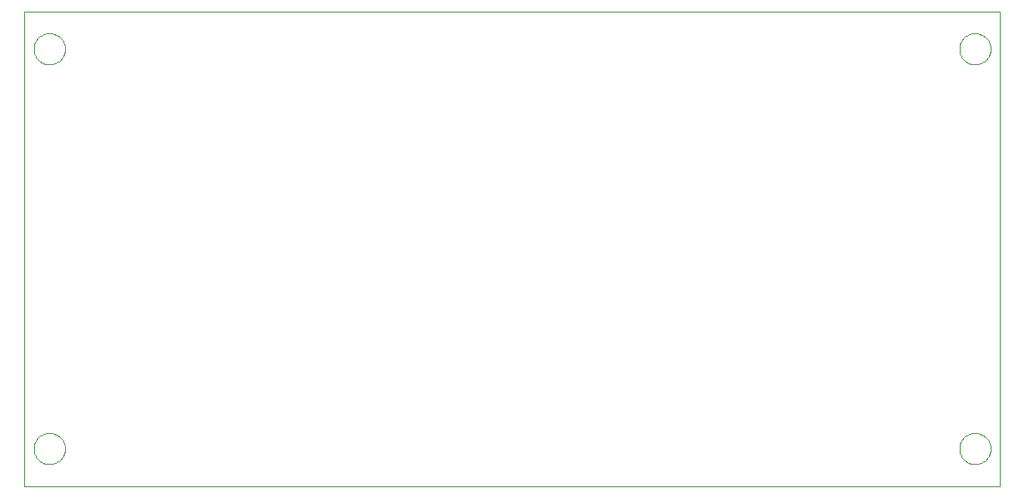
<source format=gko>
G75*
%MOIN*%
%OFA0B0*%
%FSLAX24Y24*%
%IPPOS*%
%LPD*%
%AMOC8*
5,1,8,0,0,1.08239X$1,22.5*
%
%ADD10C,0.0000*%
D10*
X000680Y000680D02*
X000680Y019680D01*
X039680Y019680D01*
X039680Y000680D01*
X000680Y000680D01*
X001055Y002180D02*
X001057Y002230D01*
X001063Y002279D01*
X001073Y002328D01*
X001086Y002375D01*
X001104Y002422D01*
X001125Y002467D01*
X001149Y002510D01*
X001177Y002551D01*
X001208Y002590D01*
X001242Y002626D01*
X001279Y002660D01*
X001319Y002690D01*
X001360Y002717D01*
X001404Y002741D01*
X001449Y002761D01*
X001496Y002777D01*
X001544Y002790D01*
X001593Y002799D01*
X001643Y002804D01*
X001692Y002805D01*
X001742Y002802D01*
X001791Y002795D01*
X001840Y002784D01*
X001887Y002770D01*
X001933Y002751D01*
X001978Y002729D01*
X002021Y002704D01*
X002061Y002675D01*
X002099Y002643D01*
X002135Y002609D01*
X002168Y002571D01*
X002197Y002531D01*
X002223Y002489D01*
X002246Y002445D01*
X002265Y002399D01*
X002281Y002352D01*
X002293Y002303D01*
X002301Y002254D01*
X002305Y002205D01*
X002305Y002155D01*
X002301Y002106D01*
X002293Y002057D01*
X002281Y002008D01*
X002265Y001961D01*
X002246Y001915D01*
X002223Y001871D01*
X002197Y001829D01*
X002168Y001789D01*
X002135Y001751D01*
X002099Y001717D01*
X002061Y001685D01*
X002021Y001656D01*
X001978Y001631D01*
X001933Y001609D01*
X001887Y001590D01*
X001840Y001576D01*
X001791Y001565D01*
X001742Y001558D01*
X001692Y001555D01*
X001643Y001556D01*
X001593Y001561D01*
X001544Y001570D01*
X001496Y001583D01*
X001449Y001599D01*
X001404Y001619D01*
X001360Y001643D01*
X001319Y001670D01*
X001279Y001700D01*
X001242Y001734D01*
X001208Y001770D01*
X001177Y001809D01*
X001149Y001850D01*
X001125Y001893D01*
X001104Y001938D01*
X001086Y001985D01*
X001073Y002032D01*
X001063Y002081D01*
X001057Y002130D01*
X001055Y002180D01*
X001055Y018180D02*
X001057Y018230D01*
X001063Y018279D01*
X001073Y018328D01*
X001086Y018375D01*
X001104Y018422D01*
X001125Y018467D01*
X001149Y018510D01*
X001177Y018551D01*
X001208Y018590D01*
X001242Y018626D01*
X001279Y018660D01*
X001319Y018690D01*
X001360Y018717D01*
X001404Y018741D01*
X001449Y018761D01*
X001496Y018777D01*
X001544Y018790D01*
X001593Y018799D01*
X001643Y018804D01*
X001692Y018805D01*
X001742Y018802D01*
X001791Y018795D01*
X001840Y018784D01*
X001887Y018770D01*
X001933Y018751D01*
X001978Y018729D01*
X002021Y018704D01*
X002061Y018675D01*
X002099Y018643D01*
X002135Y018609D01*
X002168Y018571D01*
X002197Y018531D01*
X002223Y018489D01*
X002246Y018445D01*
X002265Y018399D01*
X002281Y018352D01*
X002293Y018303D01*
X002301Y018254D01*
X002305Y018205D01*
X002305Y018155D01*
X002301Y018106D01*
X002293Y018057D01*
X002281Y018008D01*
X002265Y017961D01*
X002246Y017915D01*
X002223Y017871D01*
X002197Y017829D01*
X002168Y017789D01*
X002135Y017751D01*
X002099Y017717D01*
X002061Y017685D01*
X002021Y017656D01*
X001978Y017631D01*
X001933Y017609D01*
X001887Y017590D01*
X001840Y017576D01*
X001791Y017565D01*
X001742Y017558D01*
X001692Y017555D01*
X001643Y017556D01*
X001593Y017561D01*
X001544Y017570D01*
X001496Y017583D01*
X001449Y017599D01*
X001404Y017619D01*
X001360Y017643D01*
X001319Y017670D01*
X001279Y017700D01*
X001242Y017734D01*
X001208Y017770D01*
X001177Y017809D01*
X001149Y017850D01*
X001125Y017893D01*
X001104Y017938D01*
X001086Y017985D01*
X001073Y018032D01*
X001063Y018081D01*
X001057Y018130D01*
X001055Y018180D01*
X038055Y018180D02*
X038057Y018230D01*
X038063Y018279D01*
X038073Y018328D01*
X038086Y018375D01*
X038104Y018422D01*
X038125Y018467D01*
X038149Y018510D01*
X038177Y018551D01*
X038208Y018590D01*
X038242Y018626D01*
X038279Y018660D01*
X038319Y018690D01*
X038360Y018717D01*
X038404Y018741D01*
X038449Y018761D01*
X038496Y018777D01*
X038544Y018790D01*
X038593Y018799D01*
X038643Y018804D01*
X038692Y018805D01*
X038742Y018802D01*
X038791Y018795D01*
X038840Y018784D01*
X038887Y018770D01*
X038933Y018751D01*
X038978Y018729D01*
X039021Y018704D01*
X039061Y018675D01*
X039099Y018643D01*
X039135Y018609D01*
X039168Y018571D01*
X039197Y018531D01*
X039223Y018489D01*
X039246Y018445D01*
X039265Y018399D01*
X039281Y018352D01*
X039293Y018303D01*
X039301Y018254D01*
X039305Y018205D01*
X039305Y018155D01*
X039301Y018106D01*
X039293Y018057D01*
X039281Y018008D01*
X039265Y017961D01*
X039246Y017915D01*
X039223Y017871D01*
X039197Y017829D01*
X039168Y017789D01*
X039135Y017751D01*
X039099Y017717D01*
X039061Y017685D01*
X039021Y017656D01*
X038978Y017631D01*
X038933Y017609D01*
X038887Y017590D01*
X038840Y017576D01*
X038791Y017565D01*
X038742Y017558D01*
X038692Y017555D01*
X038643Y017556D01*
X038593Y017561D01*
X038544Y017570D01*
X038496Y017583D01*
X038449Y017599D01*
X038404Y017619D01*
X038360Y017643D01*
X038319Y017670D01*
X038279Y017700D01*
X038242Y017734D01*
X038208Y017770D01*
X038177Y017809D01*
X038149Y017850D01*
X038125Y017893D01*
X038104Y017938D01*
X038086Y017985D01*
X038073Y018032D01*
X038063Y018081D01*
X038057Y018130D01*
X038055Y018180D01*
X038055Y002180D02*
X038057Y002230D01*
X038063Y002279D01*
X038073Y002328D01*
X038086Y002375D01*
X038104Y002422D01*
X038125Y002467D01*
X038149Y002510D01*
X038177Y002551D01*
X038208Y002590D01*
X038242Y002626D01*
X038279Y002660D01*
X038319Y002690D01*
X038360Y002717D01*
X038404Y002741D01*
X038449Y002761D01*
X038496Y002777D01*
X038544Y002790D01*
X038593Y002799D01*
X038643Y002804D01*
X038692Y002805D01*
X038742Y002802D01*
X038791Y002795D01*
X038840Y002784D01*
X038887Y002770D01*
X038933Y002751D01*
X038978Y002729D01*
X039021Y002704D01*
X039061Y002675D01*
X039099Y002643D01*
X039135Y002609D01*
X039168Y002571D01*
X039197Y002531D01*
X039223Y002489D01*
X039246Y002445D01*
X039265Y002399D01*
X039281Y002352D01*
X039293Y002303D01*
X039301Y002254D01*
X039305Y002205D01*
X039305Y002155D01*
X039301Y002106D01*
X039293Y002057D01*
X039281Y002008D01*
X039265Y001961D01*
X039246Y001915D01*
X039223Y001871D01*
X039197Y001829D01*
X039168Y001789D01*
X039135Y001751D01*
X039099Y001717D01*
X039061Y001685D01*
X039021Y001656D01*
X038978Y001631D01*
X038933Y001609D01*
X038887Y001590D01*
X038840Y001576D01*
X038791Y001565D01*
X038742Y001558D01*
X038692Y001555D01*
X038643Y001556D01*
X038593Y001561D01*
X038544Y001570D01*
X038496Y001583D01*
X038449Y001599D01*
X038404Y001619D01*
X038360Y001643D01*
X038319Y001670D01*
X038279Y001700D01*
X038242Y001734D01*
X038208Y001770D01*
X038177Y001809D01*
X038149Y001850D01*
X038125Y001893D01*
X038104Y001938D01*
X038086Y001985D01*
X038073Y002032D01*
X038063Y002081D01*
X038057Y002130D01*
X038055Y002180D01*
M02*

</source>
